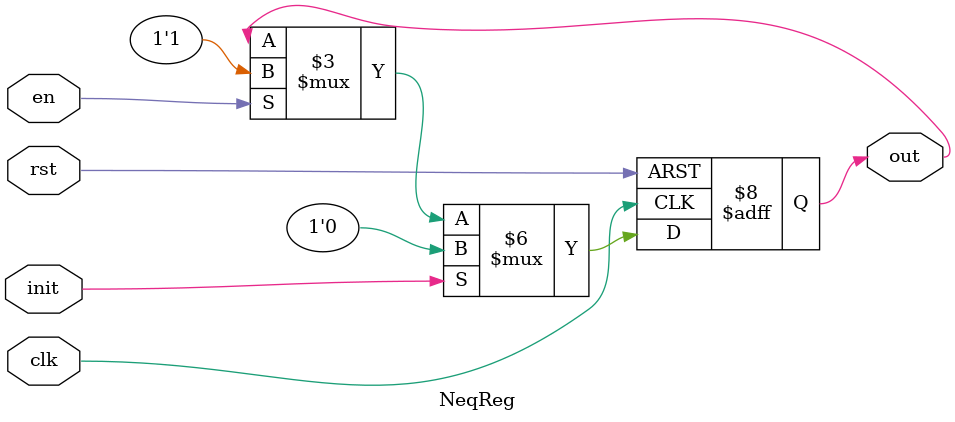
<source format=v>
`timescale 1ns/1ns
module NeqReg (clk, rst, en, init, out);
  input clk,rst;
  input en, init;
  output reg out;
  always@(posedge clk, posedge rst)begin
    if (rst) out <= 0;
    else if (init) out <= 0;
    else if (en) out <= 1;
    else out <= out;
  end
endmodule

</source>
